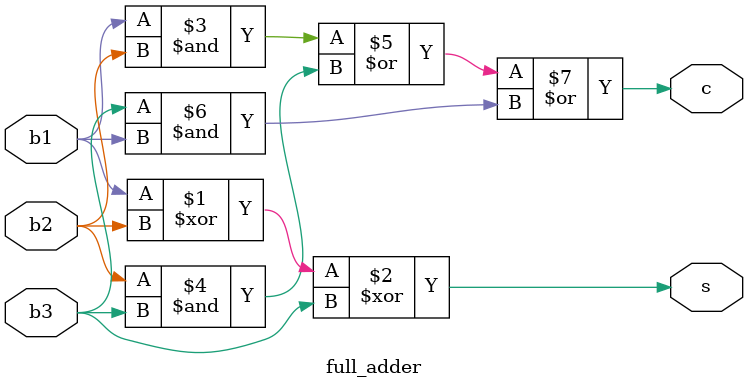
<source format=sv>
module full_adder (input bit b1, input bit b2, input bit b3, output bit s, output bit c);
  
  assign s = b1 ^ b2 ^ b3;
  assign c = (b1 & b2) | (b2 & b3) | (b3 & b1);
  
endmodule
</source>
